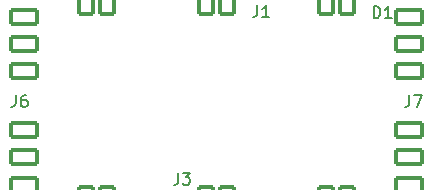
<source format=gto>
%TF.GenerationSoftware,KiCad,Pcbnew,(6.0.4-0)*%
%TF.CreationDate,2022-05-02T21:47:31-07:00*%
%TF.ProjectId,hcms_dot_display_top,68636d73-5f64-46f7-945f-646973706c61,rev?*%
%TF.SameCoordinates,Original*%
%TF.FileFunction,Legend,Top*%
%TF.FilePolarity,Positive*%
%FSLAX46Y46*%
G04 Gerber Fmt 4.6, Leading zero omitted, Abs format (unit mm)*
G04 Created by KiCad (PCBNEW (6.0.4-0)) date 2022-05-02 21:47:31*
%MOMM*%
%LPD*%
G01*
G04 APERTURE LIST*
G04 Aperture macros list*
%AMRoundRect*
0 Rectangle with rounded corners*
0 $1 Rounding radius*
0 $2 $3 $4 $5 $6 $7 $8 $9 X,Y pos of 4 corners*
0 Add a 4 corners polygon primitive as box body*
4,1,4,$2,$3,$4,$5,$6,$7,$8,$9,$2,$3,0*
0 Add four circle primitives for the rounded corners*
1,1,$1+$1,$2,$3*
1,1,$1+$1,$4,$5*
1,1,$1+$1,$6,$7*
1,1,$1+$1,$8,$9*
0 Add four rect primitives between the rounded corners*
20,1,$1+$1,$2,$3,$4,$5,0*
20,1,$1+$1,$4,$5,$6,$7,0*
20,1,$1+$1,$6,$7,$8,$9,0*
20,1,$1+$1,$8,$9,$2,$3,0*%
G04 Aperture macros list end*
%ADD10C,0.150000*%
%ADD11RoundRect,0.150000X-0.600000X-1.100000X0.600000X-1.100000X0.600000X1.100000X-0.600000X1.100000X0*%
%ADD12RoundRect,0.150000X1.100000X-0.600000X1.100000X0.600000X-1.100000X0.600000X-1.100000X-0.600000X0*%
%ADD13C,1.000000*%
%ADD14R,1.700000X1.700000*%
%ADD15O,1.700000X1.700000*%
G04 APERTURE END LIST*
D10*
X157026666Y-112182380D02*
X157026666Y-112896666D01*
X156979047Y-113039523D01*
X156883809Y-113134761D01*
X156740952Y-113182380D01*
X156645714Y-113182380D01*
X157407619Y-112182380D02*
X158026666Y-112182380D01*
X157693333Y-112563333D01*
X157836190Y-112563333D01*
X157931428Y-112610952D01*
X157979047Y-112658571D01*
X158026666Y-112753809D01*
X158026666Y-112991904D01*
X157979047Y-113087142D01*
X157931428Y-113134761D01*
X157836190Y-113182380D01*
X157550476Y-113182380D01*
X157455238Y-113134761D01*
X157407619Y-113087142D01*
X143266666Y-105602380D02*
X143266666Y-106316666D01*
X143219047Y-106459523D01*
X143123809Y-106554761D01*
X142980952Y-106602380D01*
X142885714Y-106602380D01*
X144171428Y-105602380D02*
X143980952Y-105602380D01*
X143885714Y-105650000D01*
X143838095Y-105697619D01*
X143742857Y-105840476D01*
X143695238Y-106030952D01*
X143695238Y-106411904D01*
X143742857Y-106507142D01*
X143790476Y-106554761D01*
X143885714Y-106602380D01*
X144076190Y-106602380D01*
X144171428Y-106554761D01*
X144219047Y-106507142D01*
X144266666Y-106411904D01*
X144266666Y-106173809D01*
X144219047Y-106078571D01*
X144171428Y-106030952D01*
X144076190Y-105983333D01*
X143885714Y-105983333D01*
X143790476Y-106030952D01*
X143742857Y-106078571D01*
X143695238Y-106173809D01*
X176586666Y-105572380D02*
X176586666Y-106286666D01*
X176539047Y-106429523D01*
X176443809Y-106524761D01*
X176300952Y-106572380D01*
X176205714Y-106572380D01*
X176967619Y-105572380D02*
X177634285Y-105572380D01*
X177205714Y-106572380D01*
X163726666Y-97992380D02*
X163726666Y-98706666D01*
X163679047Y-98849523D01*
X163583809Y-98944761D01*
X163440952Y-98992380D01*
X163345714Y-98992380D01*
X164726666Y-98992380D02*
X164155238Y-98992380D01*
X164440952Y-98992380D02*
X164440952Y-97992380D01*
X164345714Y-98135238D01*
X164250476Y-98230476D01*
X164155238Y-98278095D01*
X173573682Y-99090602D02*
X173573682Y-98090602D01*
X173811778Y-98090602D01*
X173954635Y-98138222D01*
X174049873Y-98233460D01*
X174097492Y-98328698D01*
X174145111Y-98519174D01*
X174145111Y-98662031D01*
X174097492Y-98852507D01*
X174049873Y-98947745D01*
X173954635Y-99042983D01*
X173811778Y-99090602D01*
X173573682Y-99090602D01*
X175097492Y-99090602D02*
X174526063Y-99090602D01*
X174811778Y-99090602D02*
X174811778Y-98090602D01*
X174716539Y-98233460D01*
X174621301Y-98328698D01*
X174526063Y-98376317D01*
%LPC*%
D11*
X149210000Y-114530000D03*
X151010000Y-114530000D03*
X159360000Y-114530000D03*
X161160000Y-114530000D03*
X169510000Y-114530000D03*
X171310000Y-114530000D03*
D12*
X143940000Y-98985000D03*
X143940000Y-101285000D03*
X143940000Y-103585000D03*
X143940000Y-108585000D03*
X143940000Y-110885000D03*
X143940000Y-113185000D03*
X176580000Y-113185000D03*
X176580000Y-110885000D03*
X176580000Y-108585000D03*
X176580000Y-103585000D03*
X176580000Y-101285000D03*
X176580000Y-98985000D03*
D11*
X149210000Y-97640000D03*
X151010000Y-97640000D03*
X159360000Y-97640000D03*
X161160000Y-97640000D03*
X169510000Y-97640000D03*
X171310000Y-97640000D03*
D13*
X145021778Y-114723222D03*
X145021778Y-105073222D03*
X147561778Y-114723222D03*
X147561778Y-105073222D03*
X152641778Y-114723222D03*
X152641778Y-105073222D03*
X155181778Y-114723222D03*
X155181778Y-105073222D03*
X157721778Y-114723222D03*
X157721778Y-105073222D03*
X162801778Y-114723222D03*
X162801778Y-105073222D03*
X165341778Y-114723222D03*
X165341778Y-105073222D03*
X167881778Y-114723222D03*
X167881778Y-105073222D03*
X172961778Y-114723222D03*
X172961778Y-105073222D03*
X175511778Y-114723222D03*
X175511778Y-105073222D03*
X175511778Y-107103222D03*
X175511778Y-97453222D03*
X172961778Y-107103222D03*
X172961778Y-97453222D03*
X167881778Y-107103222D03*
X167881778Y-97453222D03*
X165341778Y-107103222D03*
X165341778Y-97453222D03*
X162801778Y-107103222D03*
X162801778Y-97453222D03*
X157721778Y-107103222D03*
X157721778Y-97453222D03*
X155181778Y-107103222D03*
X155181778Y-97453222D03*
X152641778Y-107103222D03*
X152641778Y-97453222D03*
X147561778Y-107103222D03*
X147561778Y-97453222D03*
X145021778Y-107103222D03*
X145021778Y-97453222D03*
D14*
X147618222Y-100571778D03*
D15*
X150158222Y-100571778D03*
X152698222Y-100571778D03*
X155238222Y-100571778D03*
X157778222Y-100571778D03*
X160318222Y-100571778D03*
X162858222Y-100571778D03*
X165398222Y-100571778D03*
X167938222Y-100571778D03*
X170478222Y-100571778D03*
X173018222Y-100571778D03*
M02*

</source>
